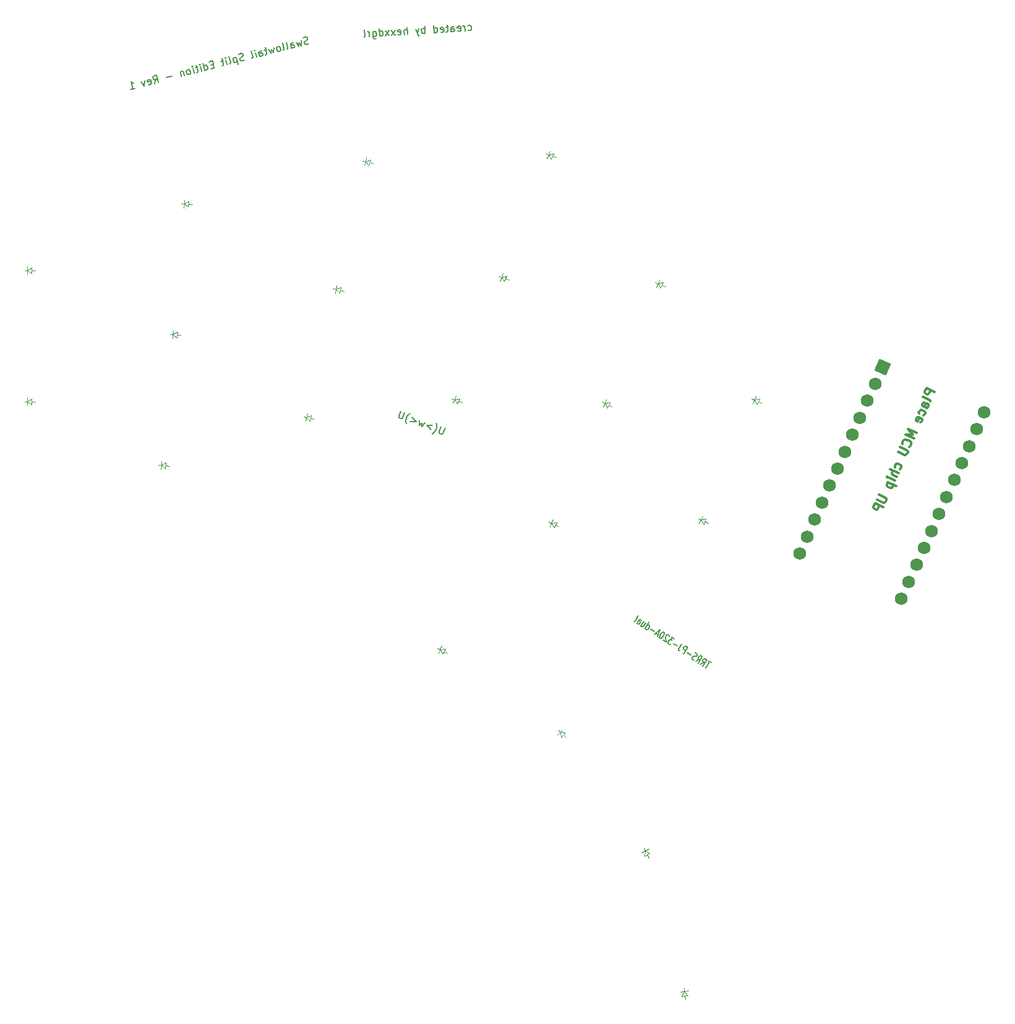
<source format=gbr>
%TF.GenerationSoftware,KiCad,Pcbnew,8.0.4*%
%TF.CreationDate,2024-09-06T09:16:38-06:00*%
%TF.ProjectId,swallowtail_split_rev2,7377616c-6c6f-4777-9461-696c5f73706c,v1.0.0*%
%TF.SameCoordinates,Original*%
%TF.FileFunction,Legend,Bot*%
%TF.FilePolarity,Positive*%
%FSLAX46Y46*%
G04 Gerber Fmt 4.6, Leading zero omitted, Abs format (unit mm)*
G04 Created by KiCad (PCBNEW 8.0.4) date 2024-09-06 09:16:38*
%MOMM*%
%LPD*%
G01*
G04 APERTURE LIST*
G04 Aperture macros list*
%AMRotRect*
0 Rectangle, with rotation*
0 The origin of the aperture is its center*
0 $1 length*
0 $2 width*
0 $3 Rotation angle, in degrees counterclockwise*
0 Add horizontal line*
21,1,$1,$2,0,0,$3*%
G04 Aperture macros list end*
%ADD10C,0.150000*%
%ADD11C,0.300000*%
%ADD12C,0.100000*%
%ADD13RotRect,1.752600X1.752600X246.000000*%
%ADD14C,1.752600*%
G04 APERTURE END LIST*
D10*
X159975222Y-36269255D02*
X160073189Y-36310971D01*
X160073189Y-36310971D02*
X160263310Y-36299342D01*
X160263310Y-36299342D02*
X160355464Y-36245998D01*
X160355464Y-36245998D02*
X160400087Y-36195561D01*
X160400087Y-36195561D02*
X160441803Y-36097593D01*
X160441803Y-36097593D02*
X160424361Y-35812412D01*
X160424361Y-35812412D02*
X160371016Y-35720259D01*
X160371016Y-35720259D02*
X160320579Y-35675635D01*
X160320579Y-35675635D02*
X160222611Y-35633919D01*
X160222611Y-35633919D02*
X160032490Y-35645548D01*
X160032490Y-35645548D02*
X159940337Y-35698892D01*
X159550357Y-36342949D02*
X159509658Y-35677525D01*
X159521286Y-35867646D02*
X159467942Y-35775493D01*
X159467942Y-35775493D02*
X159417504Y-35730870D01*
X159417504Y-35730870D02*
X159319537Y-35689154D01*
X159319537Y-35689154D02*
X159224476Y-35694968D01*
X158549315Y-36356467D02*
X158647282Y-36398183D01*
X158647282Y-36398183D02*
X158837403Y-36386555D01*
X158837403Y-36386555D02*
X158929556Y-36333210D01*
X158929556Y-36333210D02*
X158971272Y-36235243D01*
X158971272Y-36235243D02*
X158948016Y-35855001D01*
X158948016Y-35855001D02*
X158894672Y-35762848D01*
X158894672Y-35762848D02*
X158796704Y-35721131D01*
X158796704Y-35721131D02*
X158606583Y-35732760D01*
X158606583Y-35732760D02*
X158514430Y-35786104D01*
X158514430Y-35786104D02*
X158472714Y-35884072D01*
X158472714Y-35884072D02*
X158478528Y-35979132D01*
X158478528Y-35979132D02*
X158959644Y-36045122D01*
X157649147Y-36459232D02*
X157617169Y-35936399D01*
X157617169Y-35936399D02*
X157658885Y-35838431D01*
X157658885Y-35838431D02*
X157751039Y-35785087D01*
X157751039Y-35785087D02*
X157941160Y-35773459D01*
X157941160Y-35773459D02*
X158039127Y-35815175D01*
X157646240Y-36411701D02*
X157744208Y-36453417D01*
X157744208Y-36453417D02*
X157981859Y-36438882D01*
X157981859Y-36438882D02*
X158074012Y-36385538D01*
X158074012Y-36385538D02*
X158115728Y-36287570D01*
X158115728Y-36287570D02*
X158109914Y-36192510D01*
X158109914Y-36192510D02*
X158056570Y-36100356D01*
X158056570Y-36100356D02*
X157958602Y-36058640D01*
X157958602Y-36058640D02*
X157720951Y-36073176D01*
X157720951Y-36073176D02*
X157622983Y-36031459D01*
X157275736Y-35814158D02*
X156895495Y-35837414D01*
X157112796Y-35490167D02*
X157165124Y-36345712D01*
X157165124Y-36345712D02*
X157123407Y-36443679D01*
X157123407Y-36443679D02*
X157031254Y-36497023D01*
X157031254Y-36497023D02*
X156936194Y-36502838D01*
X156220333Y-36498914D02*
X156318300Y-36540630D01*
X156318300Y-36540630D02*
X156508421Y-36529001D01*
X156508421Y-36529001D02*
X156600575Y-36475657D01*
X156600575Y-36475657D02*
X156642291Y-36377689D01*
X156642291Y-36377689D02*
X156619034Y-35997448D01*
X156619034Y-35997448D02*
X156565690Y-35905294D01*
X156565690Y-35905294D02*
X156467722Y-35863578D01*
X156467722Y-35863578D02*
X156277601Y-35875206D01*
X156277601Y-35875206D02*
X156185448Y-35928551D01*
X156185448Y-35928551D02*
X156143732Y-36026518D01*
X156143732Y-36026518D02*
X156149546Y-36121579D01*
X156149546Y-36121579D02*
X156630662Y-36187569D01*
X155320165Y-36601678D02*
X155259117Y-35603543D01*
X155317258Y-36554148D02*
X155415226Y-36595864D01*
X155415226Y-36595864D02*
X155605347Y-36584236D01*
X155605347Y-36584236D02*
X155697500Y-36530891D01*
X155697500Y-36530891D02*
X155742123Y-36480454D01*
X155742123Y-36480454D02*
X155783839Y-36382487D01*
X155783839Y-36382487D02*
X155766397Y-36097305D01*
X155766397Y-36097305D02*
X155713052Y-36005152D01*
X155713052Y-36005152D02*
X155662615Y-35960529D01*
X155662615Y-35960529D02*
X155564648Y-35918813D01*
X155564648Y-35918813D02*
X155374527Y-35930441D01*
X155374527Y-35930441D02*
X155282373Y-35983785D01*
X154084379Y-36677262D02*
X154023330Y-35679127D01*
X154046587Y-36059369D02*
X153948620Y-36017653D01*
X153948620Y-36017653D02*
X153758499Y-36029281D01*
X153758499Y-36029281D02*
X153666345Y-36082626D01*
X153666345Y-36082626D02*
X153621722Y-36133063D01*
X153621722Y-36133063D02*
X153580006Y-36231031D01*
X153580006Y-36231031D02*
X153597448Y-36516212D01*
X153597448Y-36516212D02*
X153650793Y-36608365D01*
X153650793Y-36608365D02*
X153701230Y-36652988D01*
X153701230Y-36652988D02*
X153799198Y-36694705D01*
X153799198Y-36694705D02*
X153989319Y-36683076D01*
X153989319Y-36683076D02*
X154081472Y-36629732D01*
X153235666Y-36061259D02*
X153038714Y-36741218D01*
X152760364Y-36090330D02*
X153038714Y-36741218D01*
X153038714Y-36741218D02*
X153148310Y-36973055D01*
X153148310Y-36973055D02*
X153198747Y-37017678D01*
X153198747Y-37017678D02*
X153296715Y-37059394D01*
X151660337Y-36825523D02*
X151599288Y-35827388D01*
X151232565Y-36851687D02*
X151200587Y-36328854D01*
X151200587Y-36328854D02*
X151242303Y-36230886D01*
X151242303Y-36230886D02*
X151334456Y-36177542D01*
X151334456Y-36177542D02*
X151477047Y-36168821D01*
X151477047Y-36168821D02*
X151575015Y-36210537D01*
X151575015Y-36210537D02*
X151625452Y-36255160D01*
X150374113Y-36856484D02*
X150472081Y-36898200D01*
X150472081Y-36898200D02*
X150662202Y-36886571D01*
X150662202Y-36886571D02*
X150754355Y-36833227D01*
X150754355Y-36833227D02*
X150796071Y-36735260D01*
X150796071Y-36735260D02*
X150772815Y-36355018D01*
X150772815Y-36355018D02*
X150719470Y-36262864D01*
X150719470Y-36262864D02*
X150621503Y-36221148D01*
X150621503Y-36221148D02*
X150431382Y-36232777D01*
X150431382Y-36232777D02*
X150339229Y-36286121D01*
X150339229Y-36286121D02*
X150297512Y-36384088D01*
X150297512Y-36384088D02*
X150303327Y-36479149D01*
X150303327Y-36479149D02*
X150784443Y-36545139D01*
X149996779Y-36927270D02*
X149433247Y-36293825D01*
X149956080Y-36261847D02*
X149473946Y-36959248D01*
X149188764Y-36976691D02*
X148625233Y-36343245D01*
X149148065Y-36311268D02*
X148665932Y-37008669D01*
X147857918Y-37058089D02*
X147796869Y-36059954D01*
X147855011Y-37010559D02*
X147952978Y-37052275D01*
X147952978Y-37052275D02*
X148143099Y-37040646D01*
X148143099Y-37040646D02*
X148235253Y-36987302D01*
X148235253Y-36987302D02*
X148279876Y-36936865D01*
X148279876Y-36936865D02*
X148321592Y-36838897D01*
X148321592Y-36838897D02*
X148304149Y-36553716D01*
X148304149Y-36553716D02*
X148250805Y-36461562D01*
X148250805Y-36461562D02*
X148200368Y-36416939D01*
X148200368Y-36416939D02*
X148102400Y-36375223D01*
X148102400Y-36375223D02*
X147912279Y-36386851D01*
X147912279Y-36386851D02*
X147820126Y-36440196D01*
X146914144Y-36447900D02*
X146963565Y-37255914D01*
X146963565Y-37255914D02*
X147016909Y-37348067D01*
X147016909Y-37348067D02*
X147067346Y-37392690D01*
X147067346Y-37392690D02*
X147165314Y-37434406D01*
X147165314Y-37434406D02*
X147307905Y-37425685D01*
X147307905Y-37425685D02*
X147400058Y-37372341D01*
X146951936Y-37065793D02*
X147049904Y-37107509D01*
X147049904Y-37107509D02*
X147240025Y-37095881D01*
X147240025Y-37095881D02*
X147332178Y-37042536D01*
X147332178Y-37042536D02*
X147376801Y-36992099D01*
X147376801Y-36992099D02*
X147418517Y-36894132D01*
X147418517Y-36894132D02*
X147401075Y-36608950D01*
X147401075Y-36608950D02*
X147347731Y-36516797D01*
X147347731Y-36516797D02*
X147297293Y-36472174D01*
X147297293Y-36472174D02*
X147199326Y-36430458D01*
X147199326Y-36430458D02*
X147009205Y-36442086D01*
X147009205Y-36442086D02*
X146917052Y-36495430D01*
X146479541Y-37142394D02*
X146438842Y-36476971D01*
X146450470Y-36667092D02*
X146397126Y-36574938D01*
X146397126Y-36574938D02*
X146346689Y-36530315D01*
X146346689Y-36530315D02*
X146248721Y-36488599D01*
X146248721Y-36488599D02*
X146153661Y-36494413D01*
X145719057Y-37188907D02*
X145811210Y-37135563D01*
X145811210Y-37135563D02*
X145852927Y-37037595D01*
X145852927Y-37037595D02*
X145800599Y-36182051D01*
X138175707Y-38049697D02*
X138049180Y-38131347D01*
X138049180Y-38131347D02*
X137818565Y-38190559D01*
X137818565Y-38190559D02*
X137714477Y-38168120D01*
X137714477Y-38168120D02*
X137656511Y-38133840D01*
X137656511Y-38133840D02*
X137586704Y-38053436D01*
X137586704Y-38053436D02*
X137563019Y-37961190D01*
X137563019Y-37961190D02*
X137585457Y-37857102D01*
X137585457Y-37857102D02*
X137619738Y-37799136D01*
X137619738Y-37799136D02*
X137700141Y-37729329D01*
X137700141Y-37729329D02*
X137872791Y-37635836D01*
X137872791Y-37635836D02*
X137953195Y-37566028D01*
X137953195Y-37566028D02*
X137987475Y-37508063D01*
X137987475Y-37508063D02*
X138009913Y-37403975D01*
X138009913Y-37403975D02*
X137986229Y-37311729D01*
X137986229Y-37311729D02*
X137916421Y-37231325D01*
X137916421Y-37231325D02*
X137858456Y-37197044D01*
X137858456Y-37197044D02*
X137754367Y-37174606D01*
X137754367Y-37174606D02*
X137523752Y-37233818D01*
X137523752Y-37233818D02*
X137397226Y-37315468D01*
X137145419Y-37675103D02*
X137126720Y-38368194D01*
X137126720Y-38368194D02*
X136823804Y-37954334D01*
X136823804Y-37954334D02*
X136757736Y-38462933D01*
X136757736Y-38462933D02*
X136407451Y-37864581D01*
X135789153Y-38711623D02*
X135658887Y-38204270D01*
X135658887Y-38204270D02*
X135681325Y-38100182D01*
X135681325Y-38100182D02*
X135761728Y-38030374D01*
X135761728Y-38030374D02*
X135946221Y-37983004D01*
X135946221Y-37983004D02*
X136050309Y-38005443D01*
X135777310Y-38665500D02*
X135881399Y-38687938D01*
X135881399Y-38687938D02*
X136112014Y-38628727D01*
X136112014Y-38628727D02*
X136192417Y-38558919D01*
X136192417Y-38558919D02*
X136214856Y-38454830D01*
X136214856Y-38454830D02*
X136191171Y-38362584D01*
X136191171Y-38362584D02*
X136121363Y-38282181D01*
X136121363Y-38282181D02*
X136017275Y-38259742D01*
X136017275Y-38259742D02*
X135786660Y-38318954D01*
X135786660Y-38318954D02*
X135682571Y-38296516D01*
X135189554Y-38865574D02*
X135269957Y-38795766D01*
X135269957Y-38795766D02*
X135292395Y-38691678D01*
X135292395Y-38691678D02*
X135079233Y-37861464D01*
X134682200Y-38995840D02*
X134762604Y-38926033D01*
X134762604Y-38926033D02*
X134785042Y-38821944D01*
X134785042Y-38821944D02*
X134571879Y-37991730D01*
X134174846Y-39126107D02*
X134255250Y-39056299D01*
X134255250Y-39056299D02*
X134289531Y-38998333D01*
X134289531Y-38998333D02*
X134311969Y-38894245D01*
X134311969Y-38894245D02*
X134240915Y-38617507D01*
X134240915Y-38617507D02*
X134171107Y-38537103D01*
X134171107Y-38537103D02*
X134113142Y-38502823D01*
X134113142Y-38502823D02*
X134009053Y-38480384D01*
X134009053Y-38480384D02*
X133870684Y-38515912D01*
X133870684Y-38515912D02*
X133790281Y-38585719D01*
X133790281Y-38585719D02*
X133756000Y-38643685D01*
X133756000Y-38643685D02*
X133733562Y-38747773D01*
X133733562Y-38747773D02*
X133804616Y-39024511D01*
X133804616Y-39024511D02*
X133874424Y-39104915D01*
X133874424Y-39104915D02*
X133932389Y-39139195D01*
X133932389Y-39139195D02*
X134036477Y-39161634D01*
X134036477Y-39161634D02*
X134174846Y-39126107D01*
X133363331Y-38646178D02*
X133344632Y-39339269D01*
X133344632Y-39339269D02*
X133041716Y-38925409D01*
X133041716Y-38925409D02*
X132975648Y-39434008D01*
X132975648Y-39434008D02*
X132625363Y-38835656D01*
X132394748Y-38894868D02*
X132025764Y-38989607D01*
X132173482Y-38607534D02*
X132386645Y-39437748D01*
X132386645Y-39437748D02*
X132364207Y-39541836D01*
X132364207Y-39541836D02*
X132283803Y-39611644D01*
X132283803Y-39611644D02*
X132191557Y-39635329D01*
X131453589Y-39824807D02*
X131323322Y-39317454D01*
X131323322Y-39317454D02*
X131345761Y-39213365D01*
X131345761Y-39213365D02*
X131426164Y-39143558D01*
X131426164Y-39143558D02*
X131610656Y-39096188D01*
X131610656Y-39096188D02*
X131714745Y-39118626D01*
X131441746Y-39778684D02*
X131545835Y-39801122D01*
X131545835Y-39801122D02*
X131776450Y-39741910D01*
X131776450Y-39741910D02*
X131856853Y-39672102D01*
X131856853Y-39672102D02*
X131879291Y-39568014D01*
X131879291Y-39568014D02*
X131855607Y-39475768D01*
X131855607Y-39475768D02*
X131785799Y-39395364D01*
X131785799Y-39395364D02*
X131681711Y-39372926D01*
X131681711Y-39372926D02*
X131451096Y-39432138D01*
X131451096Y-39432138D02*
X131347007Y-39409700D01*
X130992358Y-39943231D02*
X130826565Y-39297509D01*
X130743668Y-38974647D02*
X130801634Y-39008928D01*
X130801634Y-39008928D02*
X130767353Y-39066893D01*
X130767353Y-39066893D02*
X130709388Y-39032613D01*
X130709388Y-39032613D02*
X130743668Y-38974647D01*
X130743668Y-38974647D02*
X130767353Y-39066893D01*
X130392760Y-40097181D02*
X130473163Y-40027374D01*
X130473163Y-40027374D02*
X130495602Y-39923285D01*
X130495602Y-39923285D02*
X130282439Y-39093071D01*
X129320087Y-40323433D02*
X129193561Y-40405083D01*
X129193561Y-40405083D02*
X128962946Y-40464295D01*
X128962946Y-40464295D02*
X128858857Y-40441857D01*
X128858857Y-40441857D02*
X128800892Y-40407576D01*
X128800892Y-40407576D02*
X128731084Y-40327173D01*
X128731084Y-40327173D02*
X128707400Y-40234927D01*
X128707400Y-40234927D02*
X128729838Y-40130838D01*
X128729838Y-40130838D02*
X128764118Y-40072873D01*
X128764118Y-40072873D02*
X128844522Y-40003065D01*
X128844522Y-40003065D02*
X129017172Y-39909573D01*
X129017172Y-39909573D02*
X129097575Y-39839765D01*
X129097575Y-39839765D02*
X129131856Y-39781799D01*
X129131856Y-39781799D02*
X129154294Y-39677711D01*
X129154294Y-39677711D02*
X129130609Y-39585465D01*
X129130609Y-39585465D02*
X129060802Y-39505061D01*
X129060802Y-39505061D02*
X129002836Y-39470781D01*
X129002836Y-39470781D02*
X128898748Y-39448343D01*
X128898748Y-39448343D02*
X128668133Y-39507554D01*
X128668133Y-39507554D02*
X128541606Y-39589205D01*
X128197553Y-39972524D02*
X128446243Y-40941107D01*
X128209396Y-40018647D02*
X128105307Y-39996209D01*
X128105307Y-39996209D02*
X127920815Y-40043578D01*
X127920815Y-40043578D02*
X127840412Y-40113386D01*
X127840412Y-40113386D02*
X127806131Y-40171351D01*
X127806131Y-40171351D02*
X127783693Y-40275440D01*
X127783693Y-40275440D02*
X127854747Y-40552178D01*
X127854747Y-40552178D02*
X127924555Y-40632581D01*
X127924555Y-40632581D02*
X127982520Y-40666862D01*
X127982520Y-40666862D02*
X128086609Y-40689300D01*
X128086609Y-40689300D02*
X128271101Y-40641931D01*
X128271101Y-40641931D02*
X128351504Y-40572123D01*
X127348640Y-40878778D02*
X127429044Y-40808971D01*
X127429044Y-40808971D02*
X127451482Y-40704882D01*
X127451482Y-40704882D02*
X127238320Y-39874668D01*
X126979656Y-40973518D02*
X126813863Y-40327795D01*
X126730966Y-40004934D02*
X126788931Y-40039215D01*
X126788931Y-40039215D02*
X126754651Y-40097180D01*
X126754651Y-40097180D02*
X126696685Y-40062900D01*
X126696685Y-40062900D02*
X126730966Y-40004934D01*
X126730966Y-40004934D02*
X126754651Y-40097180D01*
X126491002Y-40410692D02*
X126122018Y-40505431D01*
X126269736Y-40123358D02*
X126482899Y-40953572D01*
X126482899Y-40953572D02*
X126460461Y-41057661D01*
X126460461Y-41057661D02*
X126380057Y-41127468D01*
X126380057Y-41127468D02*
X126287811Y-41151153D01*
X125096715Y-40916175D02*
X124773854Y-40999071D01*
X124765751Y-41541952D02*
X125226981Y-41423528D01*
X125226981Y-41423528D02*
X124978291Y-40454945D01*
X124978291Y-40454945D02*
X124517061Y-40573368D01*
X123935537Y-41755114D02*
X123686847Y-40786531D01*
X123923695Y-41708991D02*
X124027783Y-41731430D01*
X124027783Y-41731430D02*
X124212275Y-41684060D01*
X124212275Y-41684060D02*
X124292679Y-41614252D01*
X124292679Y-41614252D02*
X124326959Y-41556287D01*
X124326959Y-41556287D02*
X124349398Y-41452199D01*
X124349398Y-41452199D02*
X124278343Y-41175461D01*
X124278343Y-41175461D02*
X124208536Y-41095057D01*
X124208536Y-41095057D02*
X124150570Y-41060776D01*
X124150570Y-41060776D02*
X124046482Y-41038338D01*
X124046482Y-41038338D02*
X123861990Y-41085708D01*
X123861990Y-41085708D02*
X123781586Y-41155515D01*
X123474307Y-41873538D02*
X123308514Y-41227816D01*
X123225617Y-40904955D02*
X123283582Y-40939236D01*
X123283582Y-40939236D02*
X123249302Y-40997201D01*
X123249302Y-40997201D02*
X123191336Y-40962920D01*
X123191336Y-40962920D02*
X123225617Y-40904955D01*
X123225617Y-40904955D02*
X123249302Y-40997201D01*
X122985653Y-41310713D02*
X122616669Y-41405452D01*
X122764387Y-41023379D02*
X122977550Y-41853593D01*
X122977550Y-41853593D02*
X122955112Y-41957681D01*
X122955112Y-41957681D02*
X122874708Y-42027489D01*
X122874708Y-42027489D02*
X122782462Y-42051174D01*
X122459601Y-42134070D02*
X122293808Y-41488348D01*
X122210911Y-41165487D02*
X122268876Y-41199768D01*
X122268876Y-41199768D02*
X122234596Y-41257733D01*
X122234596Y-41257733D02*
X122176630Y-41223453D01*
X122176630Y-41223453D02*
X122210911Y-41165487D01*
X122210911Y-41165487D02*
X122234596Y-41257733D01*
X121860002Y-42288021D02*
X121940406Y-42218213D01*
X121940406Y-42218213D02*
X121974686Y-42160248D01*
X121974686Y-42160248D02*
X121997125Y-42056160D01*
X121997125Y-42056160D02*
X121926070Y-41779422D01*
X121926070Y-41779422D02*
X121856263Y-41699018D01*
X121856263Y-41699018D02*
X121798297Y-41664737D01*
X121798297Y-41664737D02*
X121694209Y-41642299D01*
X121694209Y-41642299D02*
X121555840Y-41677826D01*
X121555840Y-41677826D02*
X121475436Y-41747634D01*
X121475436Y-41747634D02*
X121441156Y-41805599D01*
X121441156Y-41805599D02*
X121418717Y-41909688D01*
X121418717Y-41909688D02*
X121489772Y-42186426D01*
X121489772Y-42186426D02*
X121559579Y-42266829D01*
X121559579Y-42266829D02*
X121617545Y-42301110D01*
X121617545Y-42301110D02*
X121721633Y-42323548D01*
X121721633Y-42323548D02*
X121860002Y-42288021D01*
X120956241Y-41831777D02*
X121122034Y-42477499D01*
X120979925Y-41924023D02*
X120921960Y-41889742D01*
X120921960Y-41889742D02*
X120817872Y-41867304D01*
X120817872Y-41867304D02*
X120679503Y-41902831D01*
X120679503Y-41902831D02*
X120599099Y-41972639D01*
X120599099Y-41972639D02*
X120576661Y-42076728D01*
X120576661Y-42076728D02*
X120706927Y-42584081D01*
X119412989Y-42522998D02*
X118675021Y-42712476D01*
X117017086Y-43531471D02*
X117221523Y-42987344D01*
X117570562Y-43389362D02*
X117321872Y-42420779D01*
X117321872Y-42420779D02*
X116952888Y-42515518D01*
X116952888Y-42515518D02*
X116872484Y-42585326D01*
X116872484Y-42585326D02*
X116838204Y-42643291D01*
X116838204Y-42643291D02*
X116815766Y-42747380D01*
X116815766Y-42747380D02*
X116851293Y-42885749D01*
X116851293Y-42885749D02*
X116921100Y-42966152D01*
X116921100Y-42966152D02*
X116979066Y-43000433D01*
X116979066Y-43000433D02*
X117083154Y-43022871D01*
X117083154Y-43022871D02*
X117452138Y-42928132D01*
X116221152Y-43686668D02*
X116325241Y-43709106D01*
X116325241Y-43709106D02*
X116509733Y-43661737D01*
X116509733Y-43661737D02*
X116590136Y-43591929D01*
X116590136Y-43591929D02*
X116612575Y-43487841D01*
X116612575Y-43487841D02*
X116517836Y-43118857D01*
X116517836Y-43118857D02*
X116448028Y-43038453D01*
X116448028Y-43038453D02*
X116343940Y-43016015D01*
X116343940Y-43016015D02*
X116159448Y-43063384D01*
X116159448Y-43063384D02*
X116079044Y-43133192D01*
X116079044Y-43133192D02*
X116056606Y-43237280D01*
X116056606Y-43237280D02*
X116080290Y-43329526D01*
X116080290Y-43329526D02*
X116565205Y-43303349D01*
X115698217Y-43181808D02*
X115633396Y-43886742D01*
X115633396Y-43886742D02*
X115236987Y-43300232D01*
X113788475Y-44360437D02*
X114341951Y-44218329D01*
X114065213Y-44289383D02*
X113816523Y-43320800D01*
X113816523Y-43320800D02*
X113944296Y-43435484D01*
X113944296Y-43435484D02*
X114060227Y-43504045D01*
X114060227Y-43504045D02*
X114164315Y-43526484D01*
X150769431Y-88315576D02*
X150479323Y-89071331D01*
X150479323Y-89071331D02*
X150489649Y-89177309D01*
X150489649Y-89177309D02*
X150517040Y-89238830D01*
X150517040Y-89238830D02*
X150588888Y-89317417D01*
X150588888Y-89317417D02*
X150766712Y-89385677D01*
X150766712Y-89385677D02*
X150872690Y-89375351D01*
X150872690Y-89375351D02*
X150934211Y-89347960D01*
X150934211Y-89347960D02*
X151012798Y-89276113D01*
X151012798Y-89276113D02*
X151302905Y-88520357D01*
X151519315Y-90082630D02*
X151491924Y-90021108D01*
X151491924Y-90021108D02*
X151454207Y-89853609D01*
X151454207Y-89853609D02*
X151443881Y-89747632D01*
X151443881Y-89747632D02*
X151450621Y-89597198D01*
X151450621Y-89597198D02*
X151491490Y-89357852D01*
X151491490Y-89357852D02*
X151559751Y-89180027D01*
X151559751Y-89180027D02*
X151689533Y-88974811D01*
X151689533Y-88974811D02*
X151785184Y-88858508D01*
X151785184Y-88858508D02*
X151863771Y-88786660D01*
X151863771Y-88786660D02*
X152003879Y-88687422D01*
X152003879Y-88687422D02*
X152065400Y-88660031D01*
X152250399Y-89241114D02*
X152859307Y-89780894D01*
X152859307Y-89780894D02*
X152045617Y-89774589D01*
X153317347Y-89650677D02*
X153256260Y-90341325D01*
X153256260Y-90341325D02*
X153604736Y-89965023D01*
X153604736Y-89965023D02*
X153611910Y-90477846D01*
X153611910Y-90477846D02*
X154028647Y-89923720D01*
X155095596Y-90333283D02*
X154281906Y-90326978D01*
X154281906Y-90326978D02*
X154890814Y-90866758D01*
X155075812Y-91447841D02*
X155137333Y-91420450D01*
X155137333Y-91420450D02*
X155277441Y-91321211D01*
X155277441Y-91321211D02*
X155356028Y-91249364D01*
X155356028Y-91249364D02*
X155451679Y-91133061D01*
X155451679Y-91133061D02*
X155581461Y-90927845D01*
X155581461Y-90927845D02*
X155649722Y-90750020D01*
X155649722Y-90750020D02*
X155690591Y-90510674D01*
X155690591Y-90510674D02*
X155697331Y-90360240D01*
X155697331Y-90360240D02*
X155687005Y-90254262D01*
X155687005Y-90254262D02*
X155649288Y-90086763D01*
X155649288Y-90086763D02*
X155621897Y-90025242D01*
X156282001Y-90431653D02*
X155991893Y-91187409D01*
X155991893Y-91187409D02*
X156002219Y-91293386D01*
X156002219Y-91293386D02*
X156029610Y-91354908D01*
X156029610Y-91354908D02*
X156101458Y-91433494D01*
X156101458Y-91433494D02*
X156279283Y-91501755D01*
X156279283Y-91501755D02*
X156385260Y-91491429D01*
X156385260Y-91491429D02*
X156446782Y-91464038D01*
X156446782Y-91464038D02*
X156525368Y-91392190D01*
X156525368Y-91392190D02*
X156815475Y-90636435D01*
X193222872Y-122759500D02*
X192863442Y-122526083D01*
X192498518Y-123481462D02*
X193043157Y-122642792D01*
X191749704Y-122995177D02*
X192218724Y-122731970D01*
X192109134Y-123228594D02*
X192653774Y-122389923D01*
X192653774Y-122389923D02*
X192414153Y-122234312D01*
X192414153Y-122234312D02*
X192328313Y-122235346D01*
X192328313Y-122235346D02*
X192272425Y-122255831D01*
X192272425Y-122255831D02*
X192190602Y-122316253D01*
X192190602Y-122316253D02*
X192112797Y-122436063D01*
X192112797Y-122436063D02*
X192090879Y-122535388D01*
X192090879Y-122535388D02*
X192094896Y-122594776D01*
X192094896Y-122594776D02*
X192128866Y-122673616D01*
X192128866Y-122673616D02*
X192368486Y-122829227D01*
X191120701Y-122586698D02*
X191589721Y-122323491D01*
X191480132Y-122820115D02*
X192024771Y-121981444D01*
X192024771Y-121981444D02*
X191785150Y-121825833D01*
X191785150Y-121825833D02*
X191699310Y-121826867D01*
X191699310Y-121826867D02*
X191643422Y-121847352D01*
X191643422Y-121847352D02*
X191561600Y-121907774D01*
X191561600Y-121907774D02*
X191483794Y-122027584D01*
X191483794Y-122027584D02*
X191461876Y-122126909D01*
X191461876Y-122126909D02*
X191465893Y-122186297D01*
X191465893Y-122186297D02*
X191499863Y-122265137D01*
X191499863Y-122265137D02*
X191739483Y-122420748D01*
X190907016Y-122391150D02*
X190791224Y-122372733D01*
X190791224Y-122372733D02*
X190641461Y-122275476D01*
X190641461Y-122275476D02*
X190607491Y-122196636D01*
X190607491Y-122196636D02*
X190603474Y-122137248D01*
X190603474Y-122137248D02*
X190625392Y-122037923D01*
X190625392Y-122037923D02*
X190677262Y-121958050D01*
X190677262Y-121958050D02*
X190759085Y-121897628D01*
X190759085Y-121897628D02*
X190814973Y-121877143D01*
X190814973Y-121877143D02*
X190900813Y-121876109D01*
X190900813Y-121876109D02*
X191046558Y-121913978D01*
X191046558Y-121913978D02*
X191132398Y-121912944D01*
X191132398Y-121912944D02*
X191188286Y-121892458D01*
X191188286Y-121892458D02*
X191270109Y-121832036D01*
X191270109Y-121832036D02*
X191321979Y-121752163D01*
X191321979Y-121752163D02*
X191343897Y-121652838D01*
X191343897Y-121652838D02*
X191339880Y-121593450D01*
X191339880Y-121593450D02*
X191305910Y-121514611D01*
X191305910Y-121514611D02*
X191156147Y-121417354D01*
X191156147Y-121417354D02*
X191040355Y-121398936D01*
X190459560Y-121703114D02*
X189980319Y-121391891D01*
X189473313Y-121516871D02*
X190017952Y-120678201D01*
X190017952Y-120678201D02*
X189778332Y-120522590D01*
X189778332Y-120522590D02*
X189692491Y-120523623D01*
X189692491Y-120523623D02*
X189636604Y-120544109D01*
X189636604Y-120544109D02*
X189554781Y-120604531D01*
X189554781Y-120604531D02*
X189476975Y-120724341D01*
X189476975Y-120724341D02*
X189455057Y-120823666D01*
X189455057Y-120823666D02*
X189459075Y-120883054D01*
X189459075Y-120883054D02*
X189493045Y-120961893D01*
X189493045Y-120961893D02*
X189732665Y-121117504D01*
X189209234Y-120153013D02*
X188820206Y-120752063D01*
X188820206Y-120752063D02*
X188772353Y-120891325D01*
X188772353Y-120891325D02*
X188780388Y-121010101D01*
X188780388Y-121010101D02*
X188844310Y-121108392D01*
X188844310Y-121108392D02*
X188904215Y-121147295D01*
X188572551Y-120477676D02*
X188093310Y-120166454D01*
X188190848Y-119491666D02*
X187801465Y-119238798D01*
X187801465Y-119238798D02*
X187803651Y-119694451D01*
X187803651Y-119694451D02*
X187713794Y-119636097D01*
X187713794Y-119636097D02*
X187627954Y-119637131D01*
X187627954Y-119637131D02*
X187572066Y-119657616D01*
X187572066Y-119657616D02*
X187490243Y-119718038D01*
X187490243Y-119718038D02*
X187360567Y-119917721D01*
X187360567Y-119917721D02*
X187338649Y-120017046D01*
X187338649Y-120017046D02*
X187342667Y-120076434D01*
X187342667Y-120076434D02*
X187376636Y-120155274D01*
X187376636Y-120155274D02*
X187556352Y-120271982D01*
X187556352Y-120271982D02*
X187642192Y-120270948D01*
X187642192Y-120270948D02*
X187698079Y-120250463D01*
X187509975Y-119163060D02*
X187505957Y-119103672D01*
X187505957Y-119103672D02*
X187471987Y-119024832D01*
X187471987Y-119024832D02*
X187322225Y-118927575D01*
X187322225Y-118927575D02*
X187236385Y-118928609D01*
X187236385Y-118928609D02*
X187180497Y-118949094D01*
X187180497Y-118949094D02*
X187098674Y-119009516D01*
X187098674Y-119009516D02*
X187046804Y-119089390D01*
X187046804Y-119089390D02*
X186998950Y-119228651D01*
X186998950Y-119228651D02*
X187047158Y-119941308D01*
X187047158Y-119941308D02*
X186657776Y-119688440D01*
X186813032Y-118596901D02*
X186753127Y-118557998D01*
X186753127Y-118557998D02*
X186667286Y-118559032D01*
X186667286Y-118559032D02*
X186611399Y-118579518D01*
X186611399Y-118579518D02*
X186529576Y-118639940D01*
X186529576Y-118639940D02*
X186395883Y-118780235D01*
X186395883Y-118780235D02*
X186266207Y-118979919D01*
X186266207Y-118979919D02*
X186192418Y-119159117D01*
X186192418Y-119159117D02*
X186170500Y-119258441D01*
X186170500Y-119258441D02*
X186174518Y-119317830D01*
X186174518Y-119317830D02*
X186208488Y-119396669D01*
X186208488Y-119396669D02*
X186268393Y-119435572D01*
X186268393Y-119435572D02*
X186354233Y-119434538D01*
X186354233Y-119434538D02*
X186410121Y-119414053D01*
X186410121Y-119414053D02*
X186491944Y-119353631D01*
X186491944Y-119353631D02*
X186625637Y-119213335D01*
X186625637Y-119213335D02*
X186755313Y-119013652D01*
X186755313Y-119013652D02*
X186829101Y-118834454D01*
X186829101Y-118834454D02*
X186851019Y-118735129D01*
X186851019Y-118735129D02*
X186847002Y-118675741D01*
X186847002Y-118675741D02*
X186813032Y-118596901D01*
X185974716Y-118904181D02*
X185675191Y-118709667D01*
X185879010Y-119182704D02*
X186213981Y-118207873D01*
X186213981Y-118207873D02*
X185459674Y-118910384D01*
X185457488Y-118454731D02*
X184978248Y-118143508D01*
X184201669Y-118093426D02*
X184746308Y-117254755D01*
X184227604Y-118053489D02*
X184261574Y-118132329D01*
X184261574Y-118132329D02*
X184381384Y-118210134D01*
X184381384Y-118210134D02*
X184467224Y-118209100D01*
X184467224Y-118209100D02*
X184523112Y-118188615D01*
X184523112Y-118188615D02*
X184604935Y-118128193D01*
X184604935Y-118128193D02*
X184760546Y-117888573D01*
X184760546Y-117888573D02*
X184782464Y-117789248D01*
X184782464Y-117789248D02*
X184778447Y-117729860D01*
X184778447Y-117729860D02*
X184744477Y-117651020D01*
X184744477Y-117651020D02*
X184624667Y-117573215D01*
X184624667Y-117573215D02*
X184538826Y-117574249D01*
X183995664Y-117164736D02*
X183632571Y-117723850D01*
X184265237Y-117339798D02*
X183979950Y-117779102D01*
X183979950Y-117779102D02*
X183898127Y-117839524D01*
X183898127Y-117839524D02*
X183812287Y-117840558D01*
X183812287Y-117840558D02*
X183722429Y-117782204D01*
X183722429Y-117782204D02*
X183688459Y-117703364D01*
X183688459Y-117703364D02*
X183684442Y-117643976D01*
X183063474Y-117354273D02*
X183348761Y-116914970D01*
X183348761Y-116914970D02*
X183430584Y-116854548D01*
X183430584Y-116854548D02*
X183516424Y-116853514D01*
X183516424Y-116853514D02*
X183636234Y-116931319D01*
X183636234Y-116931319D02*
X183670204Y-117010159D01*
X183089409Y-117314337D02*
X183123379Y-117393176D01*
X183123379Y-117393176D02*
X183273142Y-117490433D01*
X183273142Y-117490433D02*
X183358982Y-117489399D01*
X183358982Y-117489399D02*
X183440805Y-117428977D01*
X183440805Y-117428977D02*
X183492675Y-117349104D01*
X183492675Y-117349104D02*
X183514593Y-117249779D01*
X183514593Y-117249779D02*
X183480623Y-117170939D01*
X183480623Y-117170939D02*
X183330861Y-117073683D01*
X183330861Y-117073683D02*
X183296891Y-116994843D01*
X182674092Y-117101405D02*
X182759932Y-117100371D01*
X182759932Y-117100371D02*
X182841755Y-117039949D01*
X182841755Y-117039949D02*
X183308588Y-116321089D01*
D11*
X223828318Y-85734211D02*
X222686386Y-85225790D01*
X222686386Y-85225790D02*
X222492702Y-85660811D01*
X222492702Y-85660811D02*
X222498659Y-85793777D01*
X222498659Y-85793777D02*
X222528826Y-85872366D01*
X222528826Y-85872366D02*
X222613371Y-85975164D01*
X222613371Y-85975164D02*
X222776504Y-86047796D01*
X222776504Y-86047796D02*
X222909470Y-86041839D01*
X222909470Y-86041839D02*
X222988058Y-86011672D01*
X222988058Y-86011672D02*
X223090857Y-85927127D01*
X223090857Y-85927127D02*
X223284541Y-85492105D01*
X223247266Y-87039275D02*
X223241309Y-86906310D01*
X223241309Y-86906310D02*
X223156764Y-86803511D01*
X223156764Y-86803511D02*
X222177965Y-86367722D01*
X222835687Y-87963697D02*
X222237532Y-87697381D01*
X222237532Y-87697381D02*
X222152987Y-87594582D01*
X222152987Y-87594582D02*
X222147031Y-87461616D01*
X222147031Y-87461616D02*
X222243873Y-87244105D01*
X222243873Y-87244105D02*
X222346671Y-87159561D01*
X222781309Y-87939486D02*
X222884108Y-87854941D01*
X222884108Y-87854941D02*
X223005161Y-87583053D01*
X223005161Y-87583053D02*
X222999204Y-87450087D01*
X222999204Y-87450087D02*
X222914659Y-87347288D01*
X222914659Y-87347288D02*
X222805904Y-87298867D01*
X222805904Y-87298867D02*
X222672938Y-87304824D01*
X222672938Y-87304824D02*
X222570139Y-87389369D01*
X222570139Y-87389369D02*
X222449086Y-87661257D01*
X222449086Y-87661257D02*
X222346288Y-87745802D01*
X222321310Y-88972662D02*
X222424108Y-88888117D01*
X222424108Y-88888117D02*
X222520950Y-88670606D01*
X222520950Y-88670606D02*
X222514994Y-88537640D01*
X222514994Y-88537640D02*
X222484827Y-88459052D01*
X222484827Y-88459052D02*
X222400282Y-88356254D01*
X222400282Y-88356254D02*
X222074015Y-88210990D01*
X222074015Y-88210990D02*
X221941050Y-88216947D01*
X221941050Y-88216947D02*
X221862461Y-88247114D01*
X221862461Y-88247114D02*
X221759663Y-88331659D01*
X221759663Y-88331659D02*
X221662821Y-88549170D01*
X221662821Y-88549170D02*
X221668777Y-88682136D01*
X221909731Y-89897084D02*
X222012529Y-89812539D01*
X222012529Y-89812539D02*
X222109372Y-89595028D01*
X222109372Y-89595028D02*
X222103415Y-89462062D01*
X222103415Y-89462062D02*
X222018870Y-89359263D01*
X222018870Y-89359263D02*
X221583848Y-89165579D01*
X221583848Y-89165579D02*
X221450882Y-89171536D01*
X221450882Y-89171536D02*
X221348084Y-89256081D01*
X221348084Y-89256081D02*
X221251242Y-89473591D01*
X221251242Y-89473591D02*
X221257198Y-89606557D01*
X221257198Y-89606557D02*
X221341743Y-89709356D01*
X221341743Y-89709356D02*
X221450499Y-89757777D01*
X221450499Y-89757777D02*
X221801359Y-89262421D01*
X221334635Y-91335115D02*
X220192703Y-90826694D01*
X220192703Y-90826694D02*
X220838895Y-91570496D01*
X220838895Y-91570496D02*
X219853756Y-91587982D01*
X219853756Y-91587982D02*
X220995688Y-92096403D01*
X220354301Y-93244291D02*
X220432889Y-93214124D01*
X220432889Y-93214124D02*
X220559899Y-93075201D01*
X220559899Y-93075201D02*
X220608320Y-92966446D01*
X220608320Y-92966446D02*
X220626573Y-92779102D01*
X220626573Y-92779102D02*
X220566239Y-92621926D01*
X220566239Y-92621926D02*
X220481694Y-92519127D01*
X220481694Y-92519127D02*
X220288394Y-92367907D01*
X220288394Y-92367907D02*
X220125261Y-92295275D01*
X220125261Y-92295275D02*
X219883539Y-92252811D01*
X219883539Y-92252811D02*
X219750573Y-92258768D01*
X219750573Y-92258768D02*
X219593397Y-92319102D01*
X219593397Y-92319102D02*
X219466388Y-92458025D01*
X219466388Y-92458025D02*
X219417967Y-92566780D01*
X219417967Y-92566780D02*
X219399713Y-92754124D01*
X219399713Y-92754124D02*
X219429880Y-92832712D01*
X219103230Y-93273690D02*
X220027651Y-93685269D01*
X220027651Y-93685269D02*
X220112196Y-93788068D01*
X220112196Y-93788068D02*
X220142363Y-93866656D01*
X220142363Y-93866656D02*
X220148320Y-93999622D01*
X220148320Y-93999622D02*
X220051478Y-94217133D01*
X220051478Y-94217133D02*
X219948679Y-94301678D01*
X219948679Y-94301678D02*
X219870091Y-94331845D01*
X219870091Y-94331845D02*
X219737125Y-94337802D01*
X219737125Y-94337802D02*
X218812704Y-93926223D01*
X219052890Y-96313653D02*
X219155689Y-96229108D01*
X219155689Y-96229108D02*
X219252531Y-96011597D01*
X219252531Y-96011597D02*
X219246574Y-95878631D01*
X219246574Y-95878631D02*
X219216407Y-95800043D01*
X219216407Y-95800043D02*
X219131862Y-95697244D01*
X219131862Y-95697244D02*
X218805596Y-95551981D01*
X218805596Y-95551981D02*
X218672630Y-95557938D01*
X218672630Y-95557938D02*
X218594042Y-95588105D01*
X218594042Y-95588105D02*
X218491243Y-95672650D01*
X218491243Y-95672650D02*
X218394401Y-95890161D01*
X218394401Y-95890161D02*
X218400357Y-96023127D01*
X218889373Y-96827263D02*
X217747441Y-96318843D01*
X218671478Y-97316663D02*
X218073323Y-97050347D01*
X218073323Y-97050347D02*
X217988779Y-96947548D01*
X217988779Y-96947548D02*
X217982822Y-96814582D01*
X217982822Y-96814582D02*
X218055453Y-96651449D01*
X218055453Y-96651449D02*
X218158252Y-96566904D01*
X218158252Y-96566904D02*
X218236840Y-96536737D01*
X218429373Y-97860439D02*
X217668085Y-97521492D01*
X217287441Y-97352019D02*
X217366030Y-97321851D01*
X217366030Y-97321851D02*
X217396197Y-97400440D01*
X217396197Y-97400440D02*
X217317609Y-97430607D01*
X217317609Y-97430607D02*
X217287441Y-97352019D01*
X217287441Y-97352019D02*
X217396197Y-97400440D01*
X217425980Y-98065269D02*
X218567912Y-98573690D01*
X217480358Y-98089480D02*
X217377559Y-98174025D01*
X217377559Y-98174025D02*
X217280717Y-98391535D01*
X217280717Y-98391535D02*
X217286674Y-98524501D01*
X217286674Y-98524501D02*
X217316841Y-98603090D01*
X217316841Y-98603090D02*
X217401386Y-98705888D01*
X217401386Y-98705888D02*
X217727652Y-98851151D01*
X217727652Y-98851151D02*
X217860618Y-98845195D01*
X217860618Y-98845195D02*
X217939206Y-98815027D01*
X217939206Y-98815027D02*
X218042005Y-98730483D01*
X218042005Y-98730483D02*
X218138847Y-98512972D01*
X218138847Y-98512972D02*
X218132890Y-98380006D01*
X216197968Y-99799015D02*
X217122389Y-100210594D01*
X217122389Y-100210594D02*
X217206934Y-100313392D01*
X217206934Y-100313392D02*
X217237101Y-100391981D01*
X217237101Y-100391981D02*
X217243058Y-100524947D01*
X217243058Y-100524947D02*
X217146216Y-100742457D01*
X217146216Y-100742457D02*
X217043417Y-100827002D01*
X217043417Y-100827002D02*
X216964829Y-100857169D01*
X216964829Y-100857169D02*
X216831863Y-100863126D01*
X216831863Y-100863126D02*
X215907442Y-100451547D01*
X216807269Y-101503745D02*
X215665337Y-100995325D01*
X215665337Y-100995325D02*
X215471653Y-101430346D01*
X215471653Y-101430346D02*
X215477610Y-101563312D01*
X215477610Y-101563312D02*
X215507777Y-101641900D01*
X215507777Y-101641900D02*
X215592322Y-101744699D01*
X215592322Y-101744699D02*
X215755455Y-101817331D01*
X215755455Y-101817331D02*
X215888421Y-101811374D01*
X215888421Y-101811374D02*
X215967009Y-101781207D01*
X215967009Y-101781207D02*
X216069808Y-101696662D01*
X216069808Y-101696662D02*
X216263492Y-101261640D01*
D12*
%TO.C,D17*%
X155740668Y-120810756D02*
X156106086Y-120973450D01*
X156106086Y-120973450D02*
X155882381Y-121475900D01*
X156106086Y-120973450D02*
X156329791Y-120471000D01*
X156106086Y-120973450D02*
X156816908Y-120852074D01*
X156491519Y-121582910D02*
X156106086Y-120973450D01*
X156654213Y-121217492D02*
X157110986Y-121420860D01*
X156816908Y-120852074D02*
X156491519Y-121582910D01*
%TO.C,D1*%
X99250000Y-87050000D02*
X99650000Y-87050000D01*
X99650000Y-87050000D02*
X99650000Y-86500000D01*
X99650000Y-87050000D02*
X99650000Y-87600000D01*
X99650000Y-87050000D02*
X100250000Y-86650000D01*
X100250000Y-86650000D02*
X100250000Y-87450000D01*
X100250000Y-87050000D02*
X100750000Y-87050000D01*
X100250000Y-87450000D02*
X99650000Y-87050000D01*
%TO.C,D7*%
X141473010Y-71606746D02*
X141862758Y-71696726D01*
X141862758Y-71696726D02*
X141739035Y-72232630D01*
X141862758Y-71696726D02*
X141986483Y-71160823D01*
X141862758Y-71696726D02*
X142537361Y-71441949D01*
X142357400Y-72221445D02*
X141862758Y-71696726D01*
X142447381Y-71831697D02*
X142934566Y-71944172D01*
X142537361Y-71441949D02*
X142357400Y-72221445D01*
%TO.C,D4*%
X119142988Y-77845328D02*
X119541466Y-77880189D01*
X119541466Y-77880189D02*
X119493530Y-78428098D01*
X119541466Y-77880189D02*
X119589402Y-77332283D01*
X119541466Y-77880189D02*
X120174045Y-77534006D01*
X120104320Y-78330962D02*
X119541466Y-77880189D01*
X120139183Y-77932484D02*
X120637280Y-77976062D01*
X120174045Y-77534006D02*
X120104320Y-78330962D01*
%TO.C,D2*%
X99250000Y-69100000D02*
X99650000Y-69100000D01*
X99650000Y-69100000D02*
X99650000Y-68550000D01*
X99650000Y-69100000D02*
X99650000Y-69650000D01*
X99650000Y-69100000D02*
X100250000Y-68700000D01*
X100250000Y-68700000D02*
X100250000Y-69500000D01*
X100250000Y-69100000D02*
X100750000Y-69100000D01*
X100250000Y-69500000D02*
X99650000Y-69100000D01*
%TO.C,D15*%
X191451874Y-103050344D02*
X191817292Y-103213038D01*
X191817292Y-103213038D02*
X191593587Y-103715488D01*
X191817292Y-103213038D02*
X192040997Y-102710588D01*
X191817292Y-103213038D02*
X192528114Y-103091662D01*
X192202725Y-103822498D02*
X191817292Y-103213038D01*
X192365419Y-103457080D02*
X192822192Y-103660448D01*
X192528114Y-103091662D02*
X192202725Y-103822498D01*
%TO.C,D20*%
X189221149Y-168332685D02*
X189556241Y-167694160D01*
X189514430Y-167296352D02*
X189556241Y-167694160D01*
X189556241Y-167694160D02*
X189009254Y-167751651D01*
X189556241Y-167694160D02*
X190016767Y-168249062D01*
X189556241Y-167694160D02*
X190103228Y-167636670D01*
X189618958Y-168290873D02*
X189671222Y-168788134D01*
X190016767Y-168249062D02*
X189221149Y-168332685D01*
%TO.C,D9*%
X157710824Y-86639015D02*
X158084256Y-86782362D01*
X158084256Y-86782362D02*
X157887153Y-87295831D01*
X158084256Y-86782362D02*
X158281358Y-86268893D01*
X158084256Y-86782362D02*
X158787751Y-86623951D01*
X158501057Y-87370815D02*
X158084256Y-86782362D01*
X158644404Y-86997383D02*
X159111194Y-87176567D01*
X158787751Y-86623951D02*
X158501057Y-87370815D01*
%TO.C,D8*%
X145510881Y-54116803D02*
X145900629Y-54206783D01*
X145900629Y-54206783D02*
X145776906Y-54742687D01*
X145900629Y-54206783D02*
X146024354Y-53670880D01*
X145900629Y-54206783D02*
X146575232Y-53952006D01*
X146395271Y-54731502D02*
X145900629Y-54206783D01*
X146485252Y-54341754D02*
X146972437Y-54454229D01*
X146575232Y-53952006D02*
X146395271Y-54731502D01*
%TO.C,D12*%
X170992337Y-103519239D02*
X171357755Y-103681933D01*
X171357755Y-103681933D02*
X171134050Y-104184383D01*
X171357755Y-103681933D02*
X171581460Y-103179483D01*
X171357755Y-103681933D02*
X172068577Y-103560557D01*
X171743188Y-104291393D02*
X171357755Y-103681933D01*
X171905882Y-103925975D02*
X172362655Y-104129343D01*
X172068577Y-103560557D02*
X171743188Y-104291393D01*
%TO.C,D14*%
X185594183Y-70722957D02*
X185959601Y-70885651D01*
X185959601Y-70885651D02*
X185735896Y-71388101D01*
X185959601Y-70885651D02*
X186183306Y-70383201D01*
X185959601Y-70885651D02*
X186670423Y-70764275D01*
X186345034Y-71495111D02*
X185959601Y-70885651D01*
X186507728Y-71129693D02*
X186964501Y-71333061D01*
X186670423Y-70764275D02*
X186345034Y-71495111D01*
%TO.C,D10*%
X164143529Y-69881246D02*
X164516961Y-70024593D01*
X164516961Y-70024593D02*
X164319858Y-70538062D01*
X164516961Y-70024593D02*
X164714063Y-69511124D01*
X164516961Y-70024593D02*
X165220456Y-69866182D01*
X164933762Y-70613046D02*
X164516961Y-70024593D01*
X165077109Y-70239614D02*
X165543899Y-70418798D01*
X165220456Y-69866182D02*
X164933762Y-70613046D01*
%TO.C,D5*%
X120707434Y-59963633D02*
X121105912Y-59998494D01*
X121105912Y-59998494D02*
X121057976Y-60546403D01*
X121105912Y-59998494D02*
X121153848Y-59450588D01*
X121105912Y-59998494D02*
X121738491Y-59652311D01*
X121668766Y-60449267D02*
X121105912Y-59998494D01*
X121703629Y-60050789D02*
X122201726Y-60094367D01*
X121738491Y-59652311D02*
X121668766Y-60449267D01*
%TO.C,D11*%
X170576234Y-53123478D02*
X170949666Y-53266825D01*
X170949666Y-53266825D02*
X170752563Y-53780294D01*
X170949666Y-53266825D02*
X171146768Y-52753356D01*
X170949666Y-53266825D02*
X171653161Y-53108414D01*
X171366467Y-53855278D02*
X170949666Y-53266825D01*
X171509814Y-53481846D02*
X171976604Y-53661030D01*
X171653161Y-53108414D02*
X171366467Y-53855278D01*
%TO.C,D16*%
X198752797Y-86652203D02*
X199118215Y-86814897D01*
X199118215Y-86814897D02*
X198894510Y-87317347D01*
X199118215Y-86814897D02*
X199341920Y-86312447D01*
X199118215Y-86814897D02*
X199829037Y-86693521D01*
X199503648Y-87424357D02*
X199118215Y-86814897D01*
X199666342Y-87058939D02*
X200123115Y-87262307D01*
X199829037Y-86693521D02*
X199503648Y-87424357D01*
%TO.C,D19*%
X184013971Y-148113966D02*
X184189318Y-148473484D01*
X184092823Y-149188109D02*
X184189318Y-148473484D01*
X184189318Y-148473484D02*
X183694981Y-148714588D01*
X184189318Y-148473484D02*
X184683655Y-148232380D01*
X184189318Y-148473484D02*
X184811858Y-148837412D01*
X184452341Y-149012761D02*
X184671525Y-149462158D01*
X184811858Y-148837412D02*
X184092823Y-149188109D01*
%TO.C,D6*%
X137435139Y-89096689D02*
X137824887Y-89186669D01*
X137824887Y-89186669D02*
X137701164Y-89722573D01*
X137824887Y-89186669D02*
X137948612Y-88650766D01*
X137824887Y-89186669D02*
X138499490Y-88931892D01*
X138319529Y-89711388D02*
X137824887Y-89186669D01*
X138409510Y-89321640D02*
X138896695Y-89434115D01*
X138499490Y-88931892D02*
X138319529Y-89711388D01*
%TO.C,D3*%
X117578543Y-95727022D02*
X117977021Y-95761883D01*
X117977021Y-95761883D02*
X117929085Y-96309792D01*
X117977021Y-95761883D02*
X118024957Y-95213977D01*
X117977021Y-95761883D02*
X118609600Y-95415700D01*
X118539875Y-96212656D02*
X117977021Y-95761883D01*
X118574738Y-95814178D02*
X119072835Y-95857756D01*
X118609600Y-95415700D02*
X118539875Y-96212656D01*
%TO.C,D13*%
X178293260Y-87121098D02*
X178658678Y-87283792D01*
X178658678Y-87283792D02*
X178434973Y-87786242D01*
X178658678Y-87283792D02*
X178882383Y-86781342D01*
X178658678Y-87283792D02*
X179369500Y-87162416D01*
X179044111Y-87893252D02*
X178658678Y-87283792D01*
X179206805Y-87527834D02*
X179663578Y-87731202D01*
X179369500Y-87162416D02*
X179044111Y-87893252D01*
%TO.C,D18*%
X172284465Y-131969688D02*
X172572201Y-132247552D01*
X172572201Y-132247552D02*
X172190139Y-132643188D01*
X172572201Y-132247552D02*
X172954263Y-131851915D01*
X172572201Y-132247552D02*
X173281668Y-132376611D01*
X172725942Y-132952083D02*
X172572201Y-132247552D01*
X173003805Y-132664347D02*
X173363475Y-133011676D01*
X173281668Y-132376611D02*
X172725942Y-132952083D01*
%TD*%
D13*
%TO.C,MCU1*%
X216701889Y-82307103D03*
D14*
X215668777Y-84627508D03*
X214635666Y-86947914D03*
X213602555Y-89268319D03*
X212569444Y-91588725D03*
X211536333Y-93909130D03*
X210503222Y-96229536D03*
X209470111Y-98549941D03*
X208437000Y-100870346D03*
X207403889Y-103190752D03*
X206370778Y-105511157D03*
X205337667Y-107831563D03*
X230624321Y-88505769D03*
X229591210Y-90826175D03*
X228558099Y-93146580D03*
X227524988Y-95466986D03*
X226491877Y-97787391D03*
X225458766Y-100107796D03*
X224425655Y-102428202D03*
X223392544Y-104748607D03*
X222359433Y-107069013D03*
X221326322Y-109389418D03*
X220293211Y-111709824D03*
X219260099Y-114030229D03*
%TD*%
M02*

</source>
